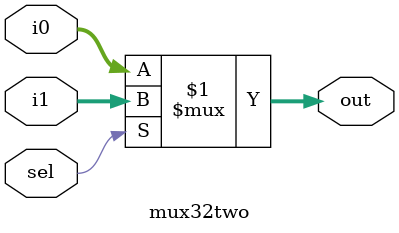
<source format=v>
module mux32two(i0,i1,sel,out);
	input [31:0] i0,i1;
	input sel;
	output [31:0] out;
	assign out = sel ? i1 : i0;
endmodule
</source>
